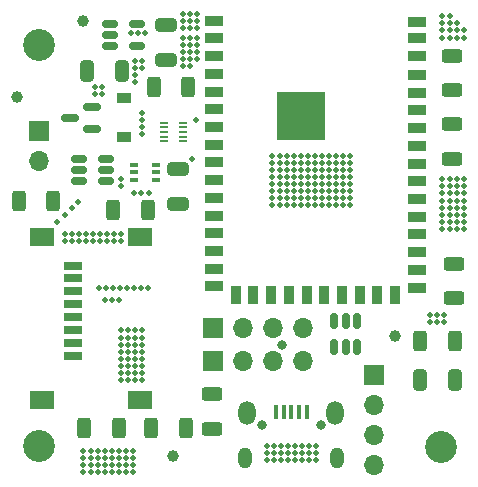
<source format=gbr>
%TF.GenerationSoftware,KiCad,Pcbnew,(6.0.2)*%
%TF.CreationDate,2022-04-10T13:15:26+02:00*%
%TF.ProjectId,V3,56332e6b-6963-4616-945f-706362585858,rev?*%
%TF.SameCoordinates,Original*%
%TF.FileFunction,Soldermask,Top*%
%TF.FilePolarity,Negative*%
%FSLAX46Y46*%
G04 Gerber Fmt 4.6, Leading zero omitted, Abs format (unit mm)*
G04 Created by KiCad (PCBNEW (6.0.2)) date 2022-04-10 13:15:26*
%MOMM*%
%LPD*%
G01*
G04 APERTURE LIST*
G04 Aperture macros list*
%AMRoundRect*
0 Rectangle with rounded corners*
0 $1 Rounding radius*
0 $2 $3 $4 $5 $6 $7 $8 $9 X,Y pos of 4 corners*
0 Add a 4 corners polygon primitive as box body*
4,1,4,$2,$3,$4,$5,$6,$7,$8,$9,$2,$3,0*
0 Add four circle primitives for the rounded corners*
1,1,$1+$1,$2,$3*
1,1,$1+$1,$4,$5*
1,1,$1+$1,$6,$7*
1,1,$1+$1,$8,$9*
0 Add four rect primitives between the rounded corners*
20,1,$1+$1,$2,$3,$4,$5,0*
20,1,$1+$1,$4,$5,$6,$7,0*
20,1,$1+$1,$6,$7,$8,$9,0*
20,1,$1+$1,$8,$9,$2,$3,0*%
G04 Aperture macros list end*
%ADD10RoundRect,0.250000X0.312500X0.625000X-0.312500X0.625000X-0.312500X-0.625000X0.312500X-0.625000X0*%
%ADD11RoundRect,0.250000X-0.625000X0.312500X-0.625000X-0.312500X0.625000X-0.312500X0.625000X0.312500X0*%
%ADD12RoundRect,0.150000X-0.150000X0.512500X-0.150000X-0.512500X0.150000X-0.512500X0.150000X0.512500X0*%
%ADD13RoundRect,0.250000X-0.650000X0.325000X-0.650000X-0.325000X0.650000X-0.325000X0.650000X0.325000X0*%
%ADD14C,1.000000*%
%ADD15R,1.500000X0.800000*%
%ADD16R,2.050000X1.500000*%
%ADD17C,2.700000*%
%ADD18R,1.700000X1.700000*%
%ADD19O,1.700000X1.700000*%
%ADD20RoundRect,0.150000X0.512500X0.150000X-0.512500X0.150000X-0.512500X-0.150000X0.512500X-0.150000X0*%
%ADD21R,0.650000X0.400000*%
%ADD22RoundRect,0.250000X-0.325000X-0.650000X0.325000X-0.650000X0.325000X0.650000X-0.325000X0.650000X0*%
%ADD23RoundRect,0.150000X0.587500X0.150000X-0.587500X0.150000X-0.587500X-0.150000X0.587500X-0.150000X0*%
%ADD24O,0.800000X0.800000*%
%ADD25R,0.450000X1.300000*%
%ADD26O,1.450000X2.000000*%
%ADD27O,1.150000X1.800000*%
%ADD28R,0.700000X0.250000*%
%ADD29RoundRect,0.250000X-0.312500X-0.625000X0.312500X-0.625000X0.312500X0.625000X-0.312500X0.625000X0*%
%ADD30RoundRect,0.150000X-0.512500X-0.150000X0.512500X-0.150000X0.512500X0.150000X-0.512500X0.150000X0*%
%ADD31R,1.500000X0.900000*%
%ADD32R,0.900000X1.500000*%
%ADD33R,4.100000X4.100000*%
%ADD34R,1.200000X0.900000*%
%ADD35C,0.500000*%
%ADD36C,0.800000*%
G04 APERTURE END LIST*
D10*
%TO.C,R10*%
X119062500Y-137100000D03*
X116137500Y-137100000D03*
%TD*%
D11*
%TO.C,R9*%
X121300000Y-137112500D03*
X121300000Y-134187500D03*
%TD*%
D12*
%TO.C,U5*%
X133550000Y-130237500D03*
X132600000Y-130237500D03*
X131650000Y-130237500D03*
X131650000Y-127962500D03*
X132600000Y-127962500D03*
X133550000Y-127962500D03*
%TD*%
D11*
%TO.C,R6*%
X141600000Y-105537500D03*
X141600000Y-108462500D03*
%TD*%
D13*
%TO.C,C2*%
X117400000Y-102925000D03*
X117400000Y-105875000D03*
%TD*%
D10*
%TO.C,R3*%
X107862500Y-117800000D03*
X104937500Y-117800000D03*
%TD*%
D14*
%TO.C,3v3*%
X110400000Y-102600000D03*
%TD*%
D10*
%TO.C,R2*%
X115862500Y-118600000D03*
X112937500Y-118600000D03*
%TD*%
D15*
%TO.C,J3*%
X109500000Y-131000000D03*
X109500000Y-129900000D03*
X109500000Y-128800000D03*
X109500000Y-127700000D03*
X109500000Y-126600000D03*
X109500000Y-125500000D03*
X109500000Y-124400000D03*
X109500000Y-123300000D03*
D16*
X106900000Y-134675000D03*
X115200000Y-134675000D03*
X115200000Y-120925000D03*
X106900000Y-120925000D03*
%TD*%
D17*
%TO.C,REF\u002A\u002A*%
X140700000Y-138700000D03*
%TD*%
D14*
%TO.C,VCC*%
X104800000Y-109000000D03*
%TD*%
D13*
%TO.C,C4*%
X118400000Y-115125000D03*
X118400000Y-118075000D03*
%TD*%
D18*
%TO.C,J6*%
X121400000Y-131400000D03*
D19*
X123940000Y-131400000D03*
X126480000Y-131400000D03*
X129020000Y-131400000D03*
%TD*%
D17*
%TO.C,REF\u002A\u002A*%
X106600000Y-138600000D03*
%TD*%
D20*
%TO.C,U1*%
X112337500Y-116150000D03*
X112337500Y-115200000D03*
X112337500Y-114250000D03*
X110062500Y-114250000D03*
X110062500Y-115200000D03*
X110062500Y-116150000D03*
%TD*%
D18*
%TO.C,J2*%
X106600000Y-111925000D03*
D19*
X106600000Y-114465000D03*
%TD*%
D21*
%TO.C,Q3*%
X114650000Y-114750000D03*
X114650000Y-115400000D03*
X114650000Y-116050000D03*
X116550000Y-116050000D03*
X116550000Y-115400000D03*
X116550000Y-114750000D03*
%TD*%
D10*
%TO.C,R4*%
X119262500Y-108200000D03*
X116337500Y-108200000D03*
%TD*%
D14*
%TO.C,VBUS*%
X118000000Y-139400000D03*
%TD*%
D18*
%TO.C,J4*%
X135000000Y-132600000D03*
D19*
X135000000Y-135140000D03*
X135000000Y-137680000D03*
X135000000Y-140220000D03*
%TD*%
D22*
%TO.C,C1*%
X110725000Y-106800000D03*
X113675000Y-106800000D03*
%TD*%
D18*
%TO.C,J5*%
X121400000Y-128600000D03*
D19*
X123940000Y-128600000D03*
X126480000Y-128600000D03*
X129020000Y-128600000D03*
%TD*%
D23*
%TO.C,Q1*%
X111137500Y-111750000D03*
X111137500Y-109850000D03*
X109262500Y-110800000D03*
%TD*%
D24*
%TO.C,J1*%
X125495000Y-136845000D03*
X130495000Y-136845000D03*
D25*
X126695000Y-135745000D03*
X127345000Y-135745000D03*
X127995000Y-135745000D03*
X128645000Y-135745000D03*
X129295000Y-135745000D03*
D26*
X124270000Y-135795000D03*
D27*
X124120000Y-139595000D03*
D26*
X131720000Y-135795000D03*
D27*
X131870000Y-139595000D03*
%TD*%
D28*
%TO.C,U4*%
X118800000Y-112800000D03*
X118800000Y-112400000D03*
X118800000Y-112000000D03*
X118800000Y-111600000D03*
X118800000Y-111200000D03*
X117200000Y-111200000D03*
X117200000Y-111600000D03*
X117200000Y-112000000D03*
X117200000Y-112400000D03*
X117200000Y-112800000D03*
%TD*%
D29*
%TO.C,R1*%
X110487500Y-137100000D03*
X113412500Y-137100000D03*
%TD*%
D30*
%TO.C,U2*%
X112662500Y-102850000D03*
X112662500Y-103800000D03*
X112662500Y-104750000D03*
X114937500Y-104750000D03*
X114937500Y-102850000D03*
%TD*%
D14*
%TO.C,3v3A*%
X136800000Y-129300000D03*
%TD*%
D29*
%TO.C,R5*%
X141862500Y-129700000D03*
X138937500Y-129700000D03*
%TD*%
D22*
%TO.C,C3*%
X138925000Y-133000000D03*
X141875000Y-133000000D03*
%TD*%
D17*
%TO.C,REF\u002A\u002A*%
X106600000Y-104600000D03*
%TD*%
D31*
%TO.C,U3*%
X121415000Y-102575000D03*
X121415000Y-104075000D03*
X121415000Y-105575000D03*
X121415000Y-107075000D03*
X121415000Y-108575000D03*
X121415000Y-110075000D03*
X121415000Y-111575000D03*
X121415000Y-113075000D03*
X121415000Y-114575000D03*
X121415000Y-116075000D03*
X121415000Y-117575000D03*
X121415000Y-119075000D03*
X121415000Y-120575000D03*
X121415000Y-122075000D03*
X121415000Y-123575000D03*
X121415000Y-125075000D03*
D32*
X123290000Y-125825000D03*
X124790000Y-125825000D03*
X126290000Y-125825000D03*
X127790000Y-125825000D03*
X129290000Y-125825000D03*
X130790000Y-125825000D03*
X132290000Y-125825000D03*
X133790000Y-125825000D03*
X135290000Y-125825000D03*
X136790000Y-125825000D03*
D31*
X138665000Y-125175000D03*
X138665000Y-123675000D03*
X138665000Y-122175000D03*
X138665000Y-120675000D03*
X138665000Y-119175000D03*
X138665000Y-117675000D03*
X138665000Y-116175000D03*
X138665000Y-114675000D03*
X138665000Y-113175000D03*
X138665000Y-111675000D03*
X138665000Y-110175000D03*
X138665000Y-108675000D03*
X138665000Y-107175000D03*
X138665000Y-105575000D03*
X138665000Y-104075000D03*
X138665000Y-102675000D03*
D33*
X128850000Y-110615000D03*
%TD*%
D11*
%TO.C,R7*%
X141600000Y-111337500D03*
X141600000Y-114262500D03*
%TD*%
D34*
%TO.C,D1*%
X113800000Y-109150000D03*
X113800000Y-112450000D03*
%TD*%
D11*
%TO.C,R8*%
X141800000Y-123137500D03*
X141800000Y-126062500D03*
%TD*%
D35*
X114700000Y-125200000D03*
X114100000Y-125200000D03*
X115300000Y-125200000D03*
X115900000Y-125200000D03*
X112300000Y-125200000D03*
X111700000Y-125200000D03*
X112900000Y-125200000D03*
X113500000Y-125200000D03*
X119900000Y-111000000D03*
X119550000Y-114250000D03*
X125900000Y-138600000D03*
X126500000Y-139200000D03*
X126500000Y-138600000D03*
X127100000Y-139800000D03*
X127100000Y-139200000D03*
X127700000Y-138600000D03*
X128900000Y-139200000D03*
X125900000Y-139800000D03*
X130100000Y-139800000D03*
X125900000Y-139200000D03*
X129500000Y-139200000D03*
X129500000Y-139800000D03*
X129500000Y-138600000D03*
X128900000Y-138600000D03*
X128300000Y-138600000D03*
X127700000Y-139200000D03*
X128300000Y-139800000D03*
X130100000Y-139200000D03*
X126500000Y-139800000D03*
X127100000Y-138600000D03*
X128900000Y-139800000D03*
X128300000Y-139200000D03*
X127700000Y-139800000D03*
X130100000Y-138600000D03*
X139700000Y-127500000D03*
X140300000Y-127500000D03*
X140900000Y-128075000D03*
X139700000Y-128075000D03*
X140300000Y-128075000D03*
X140900000Y-127500000D03*
X114800000Y-106000000D03*
X142600000Y-104000000D03*
X111600000Y-139000000D03*
X128800000Y-114000000D03*
X115400000Y-132400000D03*
X128800000Y-117600000D03*
X141400000Y-120200000D03*
X128200000Y-117600000D03*
X142600000Y-116600000D03*
X115279402Y-117151989D03*
X114600000Y-140800000D03*
X114000000Y-139000000D03*
X128800000Y-114600000D03*
X129400000Y-115800000D03*
X115400000Y-111600000D03*
X118800000Y-103200000D03*
X140800000Y-116600000D03*
X129400000Y-114000000D03*
X114800000Y-133000000D03*
X126400000Y-117600000D03*
X113600000Y-132400000D03*
X119400000Y-103200000D03*
X110600000Y-121200000D03*
X130000000Y-118200000D03*
X113600000Y-130600000D03*
X127600000Y-117600000D03*
X133000000Y-115800000D03*
X126400000Y-116400000D03*
X110000000Y-121200000D03*
X127600000Y-115800000D03*
X112800000Y-140800000D03*
X113400000Y-139600000D03*
X140800000Y-118400000D03*
X112800000Y-139600000D03*
X114800000Y-107200000D03*
X128200000Y-114600000D03*
X114800000Y-131200000D03*
X140800000Y-119000000D03*
X114800000Y-107800000D03*
X142000000Y-103400000D03*
X111600000Y-139600000D03*
X141400000Y-102800000D03*
X114800000Y-106600000D03*
X112200000Y-139600000D03*
X142000000Y-102800000D03*
X128200000Y-115200000D03*
X111200000Y-121200000D03*
X120000000Y-102000000D03*
X112800000Y-139000000D03*
X114600000Y-139000000D03*
X142000000Y-117200000D03*
X131200000Y-117600000D03*
X109400000Y-118400000D03*
X130600000Y-115800000D03*
X142600000Y-103400000D03*
X113600000Y-133000000D03*
X142600000Y-119000000D03*
X111800000Y-120600000D03*
X142000000Y-118400000D03*
X142000000Y-119000000D03*
X142600000Y-117800000D03*
X141400000Y-117800000D03*
X114200000Y-129400000D03*
X111400000Y-108200000D03*
X111400000Y-108800000D03*
X114200000Y-132400000D03*
X113600000Y-130000000D03*
X133000000Y-117600000D03*
X113600000Y-131800000D03*
X113600000Y-120600000D03*
X111200000Y-120600000D03*
X133000000Y-118200000D03*
X126400000Y-115200000D03*
X114800000Y-128800000D03*
X128200000Y-117000000D03*
X129400000Y-117600000D03*
X120000000Y-103200000D03*
X140800000Y-102800000D03*
X111800000Y-121200000D03*
X114200000Y-130600000D03*
X113000000Y-120600000D03*
X128200000Y-115800000D03*
X130000000Y-114000000D03*
X110400000Y-140800000D03*
X142000000Y-120200000D03*
X130600000Y-116400000D03*
X110600000Y-120600000D03*
X141400000Y-118400000D03*
X128200000Y-116400000D03*
X130600000Y-117000000D03*
X119400000Y-102600000D03*
X127000000Y-117600000D03*
X127600000Y-118200000D03*
X131800000Y-116400000D03*
X131800000Y-114600000D03*
X114200000Y-130000000D03*
X128800000Y-117000000D03*
X128800000Y-115800000D03*
X127000000Y-118200000D03*
X119400000Y-102000000D03*
X114200000Y-131800000D03*
X132400000Y-118200000D03*
X127000000Y-115200000D03*
X141400000Y-102200000D03*
X130000000Y-115200000D03*
X114600000Y-140200000D03*
X112400000Y-120600000D03*
X108800000Y-120600000D03*
X140800000Y-117800000D03*
X131200000Y-115200000D03*
X115400000Y-128800000D03*
X114600000Y-139600000D03*
X131800000Y-118200000D03*
X126400000Y-114000000D03*
X131200000Y-118200000D03*
X130000000Y-115800000D03*
X111600000Y-140800000D03*
X129400000Y-114600000D03*
X113600000Y-129400000D03*
X128200000Y-114000000D03*
X127000000Y-116400000D03*
X141400000Y-116000000D03*
X127600000Y-114000000D03*
X130600000Y-114000000D03*
X133000000Y-114000000D03*
X126400000Y-114600000D03*
X120000000Y-102600000D03*
X140800000Y-104000000D03*
X142600000Y-120200000D03*
X115400000Y-130600000D03*
X114000000Y-140800000D03*
X140800000Y-120200000D03*
X110000000Y-120600000D03*
X130000000Y-116400000D03*
X142000000Y-104000000D03*
X111000000Y-140200000D03*
X112200000Y-140800000D03*
X142600000Y-117200000D03*
X129400000Y-117000000D03*
X127600000Y-117000000D03*
X115400000Y-133000000D03*
X130600000Y-117600000D03*
X132400000Y-115200000D03*
X109400000Y-120600000D03*
X112200000Y-140200000D03*
X140800000Y-119600000D03*
X129400000Y-116400000D03*
X131200000Y-117000000D03*
X111000000Y-139600000D03*
X112800000Y-140200000D03*
X131800000Y-114000000D03*
X113995004Y-139600000D03*
X113600000Y-128800000D03*
X131800000Y-117000000D03*
X113600000Y-116000000D03*
X114800000Y-130000000D03*
X110400000Y-140200000D03*
X128800000Y-115200000D03*
X142600000Y-119600000D03*
X108200000Y-119600000D03*
X114800000Y-131800000D03*
X115400000Y-129400000D03*
X132400000Y-115800000D03*
X118800000Y-102600000D03*
X133000000Y-116400000D03*
X115400000Y-110400000D03*
X131200000Y-115800000D03*
X132400000Y-114000000D03*
X132400000Y-117600000D03*
X114800000Y-130600000D03*
X133000000Y-115200000D03*
X130000000Y-117600000D03*
X112400000Y-121200000D03*
X114200000Y-133000000D03*
X113600000Y-121200000D03*
X141400000Y-119600000D03*
X112000000Y-108200000D03*
X127600000Y-116400000D03*
X140800000Y-103400000D03*
X115400000Y-130000000D03*
X142000000Y-119600000D03*
X132400000Y-117000000D03*
X126400000Y-117000000D03*
X114800000Y-129400000D03*
X115400000Y-106000000D03*
X142000000Y-117800000D03*
X130600000Y-114600000D03*
X110400000Y-139600000D03*
X128200000Y-118200000D03*
X118800000Y-102000000D03*
X141400000Y-103400000D03*
X142000000Y-116600000D03*
X131800000Y-115800000D03*
X140800000Y-117200000D03*
X140800000Y-116000000D03*
X115400000Y-112200000D03*
X108800000Y-119000000D03*
X131200000Y-114600000D03*
X130600000Y-115200000D03*
X133000000Y-114600000D03*
X126400000Y-118200000D03*
X112200000Y-139000000D03*
X115400000Y-111000000D03*
X132400000Y-116400000D03*
X130600000Y-118200000D03*
X140800000Y-102200000D03*
X108800000Y-121200000D03*
X130000000Y-117000000D03*
X115400000Y-131800000D03*
X141400000Y-104000000D03*
X129400000Y-118200000D03*
X131800000Y-117600000D03*
X113600000Y-116600000D03*
X115400000Y-106600000D03*
X126400000Y-115800000D03*
X109400000Y-121200000D03*
X141400000Y-119000000D03*
X109900000Y-117900000D03*
X129400000Y-115200000D03*
X131200000Y-114000000D03*
X113000000Y-121200000D03*
X127600000Y-114600000D03*
X131200000Y-116400000D03*
X113400000Y-140800000D03*
X127000000Y-115800000D03*
X113400000Y-139000000D03*
X114650000Y-117150000D03*
X130000000Y-114600000D03*
X113400000Y-140200000D03*
X112000000Y-108800000D03*
X115400000Y-131200000D03*
X115939552Y-117154297D03*
X113600000Y-131200000D03*
X127600000Y-115200000D03*
X127000000Y-117000000D03*
X128800000Y-116400000D03*
X114200000Y-128800000D03*
X133000000Y-117000000D03*
X114200000Y-131200000D03*
X141400000Y-117200000D03*
X142600000Y-116000000D03*
X110400000Y-139000000D03*
X142600000Y-118400000D03*
X127000000Y-114000000D03*
X114000000Y-140200000D03*
X114800000Y-132400000D03*
X111600000Y-140200000D03*
X141400000Y-116600000D03*
X142000000Y-116000000D03*
X127000000Y-114600000D03*
X111000000Y-139000000D03*
X128800000Y-118200000D03*
X131800000Y-115200000D03*
X111000000Y-140800000D03*
X132400000Y-114600000D03*
X118825000Y-106400000D03*
X119400000Y-106400000D03*
X119400000Y-105800000D03*
X119400000Y-104000000D03*
X115000000Y-103600000D03*
X118825000Y-105800000D03*
X112225000Y-126200000D03*
X112800000Y-126200000D03*
X120000000Y-104600000D03*
X113400000Y-126200000D03*
X115600000Y-103600000D03*
X118825000Y-104000000D03*
X119400000Y-104600000D03*
X120000000Y-104000000D03*
X120000000Y-105800000D03*
X119400000Y-105200000D03*
X118825000Y-104600000D03*
X118825000Y-105200000D03*
X120000000Y-105200000D03*
X114425000Y-103600000D03*
D36*
X127200000Y-130000000D03*
M02*

</source>
